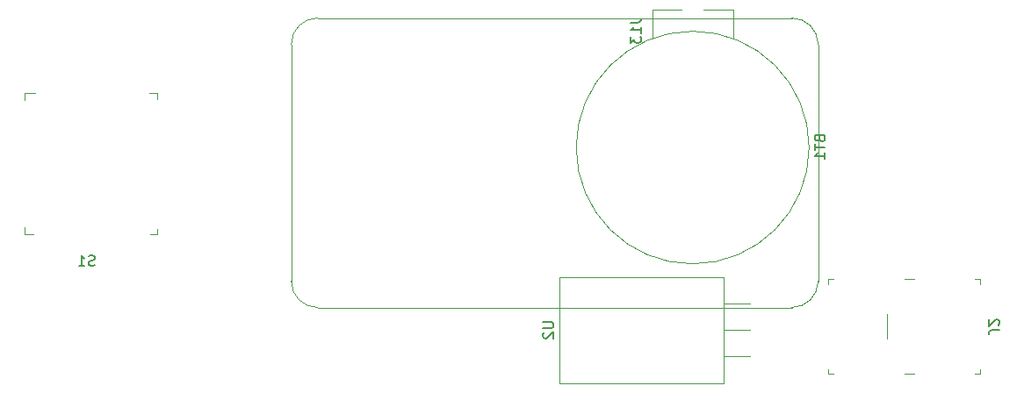
<source format=gbr>
%TF.GenerationSoftware,KiCad,Pcbnew,(5.1.8)-1*%
%TF.CreationDate,2021-03-10T16:05:31+00:00*%
%TF.ProjectId,Project_2_smaller,50726f6a-6563-4745-9f32-5f736d616c6c,rev?*%
%TF.SameCoordinates,Original*%
%TF.FileFunction,Legend,Bot*%
%TF.FilePolarity,Positive*%
%FSLAX46Y46*%
G04 Gerber Fmt 4.6, Leading zero omitted, Abs format (unit mm)*
G04 Created by KiCad (PCBNEW (5.1.8)-1) date 2021-03-10 16:05:31*
%MOMM*%
%LPD*%
G01*
G04 APERTURE LIST*
%ADD10C,0.100000*%
%ADD11C,0.120000*%
%ADD12C,0.150000*%
G04 APERTURE END LIST*
D10*
%TO.C,J2*%
X178700000Y-98900000D02*
X179700000Y-98900000D01*
X178700000Y-108100000D02*
X179700000Y-108100000D01*
X186000000Y-98900000D02*
X185500000Y-98900000D01*
X186000000Y-98900000D02*
X186000000Y-99400000D01*
X186000000Y-108100000D02*
X186000000Y-107600000D01*
X186000000Y-108100000D02*
X185500000Y-108100000D01*
X177000000Y-104700000D02*
X177000000Y-102300000D01*
X171400000Y-108100000D02*
X171900000Y-108100000D01*
X171400000Y-108100000D02*
X171400000Y-107600000D01*
X171400000Y-98900000D02*
X171900000Y-98900000D01*
X171400000Y-98900000D02*
X171400000Y-99400000D01*
D11*
%TO.C,J13*%
X170400000Y-99130000D02*
X170400000Y-91510000D01*
X122140000Y-101670000D02*
X167860000Y-101670000D01*
X119600000Y-76270000D02*
X119600000Y-99130000D01*
X170400000Y-90240000D02*
X170400000Y-91510000D01*
X170400000Y-76270000D02*
X170400000Y-90240000D01*
X122140000Y-73730000D02*
X122140000Y-73730000D01*
X167860000Y-73730000D02*
X167860000Y-73730000D01*
X145000000Y-73730000D02*
X167860000Y-73730000D01*
X145000000Y-73730000D02*
X122140000Y-73730000D01*
X119600000Y-99130000D02*
G75*
G03*
X122140000Y-101670000I2540000J0D01*
G01*
X122140000Y-73730000D02*
G75*
G03*
X119600000Y-76270000I0J-2540000D01*
G01*
X167860000Y-101670000D02*
G75*
G03*
X170400000Y-99130000I0J2540000D01*
G01*
X170400000Y-76270000D02*
G75*
G03*
X167860000Y-73730000I-2540000J0D01*
G01*
D10*
%TO.C,BT1*%
X154388400Y-72922800D02*
X157233200Y-72922800D01*
X162211600Y-72922800D02*
X159366800Y-72922800D01*
X154388400Y-75666000D02*
X154388400Y-72922800D01*
X162211600Y-75666000D02*
X162211600Y-72922800D01*
X169526800Y-86232400D02*
G75*
G03*
X169526800Y-86232400I-11226800J0D01*
G01*
%TO.C,S1*%
X94875000Y-80975000D02*
X93925000Y-80975000D01*
X93925000Y-80975000D02*
X93925000Y-81650000D01*
X94775000Y-94625000D02*
X93925000Y-94625000D01*
X93925000Y-94625000D02*
X93925000Y-93950000D01*
X106675000Y-81550000D02*
X106675000Y-80975000D01*
X106675000Y-80975000D02*
X105875000Y-80975000D01*
X105975000Y-94625000D02*
X106675000Y-94625000D01*
X106675000Y-94625000D02*
X106675000Y-94125000D01*
D11*
%TO.C,U2*%
X161310000Y-98720000D02*
X161310000Y-108960000D01*
X145420000Y-98720000D02*
X145420000Y-108960000D01*
X145420000Y-98720000D02*
X161310000Y-98720000D01*
X145420000Y-108960000D02*
X161310000Y-108960000D01*
X161310000Y-101300000D02*
X163850000Y-101300000D01*
X161310000Y-103840000D02*
X163850000Y-103840000D01*
X161310000Y-106380000D02*
X163850000Y-106380000D01*
%TO.C,J2*%
D12*
X187847619Y-103833333D02*
X187133333Y-103833333D01*
X186990476Y-103880952D01*
X186895238Y-103976190D01*
X186847619Y-104119047D01*
X186847619Y-104214285D01*
X187752380Y-103404761D02*
X187800000Y-103357142D01*
X187847619Y-103261904D01*
X187847619Y-103023809D01*
X187800000Y-102928571D01*
X187752380Y-102880952D01*
X187657142Y-102833333D01*
X187561904Y-102833333D01*
X187419047Y-102880952D01*
X186847619Y-103452380D01*
X186847619Y-102833333D01*
%TO.C,J13*%
X152302380Y-74190476D02*
X153016666Y-74190476D01*
X153159523Y-74142857D01*
X153254761Y-74047619D01*
X153302380Y-73904761D01*
X153302380Y-73809523D01*
X153302380Y-75190476D02*
X153302380Y-74619047D01*
X153302380Y-74904761D02*
X152302380Y-74904761D01*
X152445238Y-74809523D01*
X152540476Y-74714285D01*
X152588095Y-74619047D01*
X152302380Y-75523809D02*
X152302380Y-76142857D01*
X152683333Y-75809523D01*
X152683333Y-75952380D01*
X152730952Y-76047619D01*
X152778571Y-76095238D01*
X152873809Y-76142857D01*
X153111904Y-76142857D01*
X153207142Y-76095238D01*
X153254761Y-76047619D01*
X153302380Y-75952380D01*
X153302380Y-75666666D01*
X153254761Y-75571428D01*
X153207142Y-75523809D01*
%TO.C,BT1*%
X170534871Y-85385725D02*
X170582490Y-85528582D01*
X170630109Y-85576201D01*
X170725347Y-85623820D01*
X170868204Y-85623820D01*
X170963442Y-85576201D01*
X171011061Y-85528582D01*
X171058680Y-85433344D01*
X171058680Y-85052392D01*
X170058680Y-85052392D01*
X170058680Y-85385725D01*
X170106300Y-85480963D01*
X170153919Y-85528582D01*
X170249157Y-85576201D01*
X170344395Y-85576201D01*
X170439633Y-85528582D01*
X170487252Y-85480963D01*
X170534871Y-85385725D01*
X170534871Y-85052392D01*
X170058680Y-85909535D02*
X170058680Y-86480963D01*
X171058680Y-86195249D02*
X170058680Y-86195249D01*
X171058680Y-87338106D02*
X171058680Y-86766678D01*
X171058680Y-87052392D02*
X170058680Y-87052392D01*
X170201538Y-86957154D01*
X170296776Y-86861916D01*
X170344395Y-86766678D01*
%TO.C,S1*%
X100636904Y-97604761D02*
X100494047Y-97652380D01*
X100255952Y-97652380D01*
X100160714Y-97604761D01*
X100113095Y-97557142D01*
X100065476Y-97461904D01*
X100065476Y-97366666D01*
X100113095Y-97271428D01*
X100160714Y-97223809D01*
X100255952Y-97176190D01*
X100446428Y-97128571D01*
X100541666Y-97080952D01*
X100589285Y-97033333D01*
X100636904Y-96938095D01*
X100636904Y-96842857D01*
X100589285Y-96747619D01*
X100541666Y-96700000D01*
X100446428Y-96652380D01*
X100208333Y-96652380D01*
X100065476Y-96700000D01*
X99113095Y-97652380D02*
X99684523Y-97652380D01*
X99398809Y-97652380D02*
X99398809Y-96652380D01*
X99494047Y-96795238D01*
X99589285Y-96890476D01*
X99684523Y-96938095D01*
%TO.C,U2*%
X143872380Y-103078095D02*
X144681904Y-103078095D01*
X144777142Y-103125714D01*
X144824761Y-103173333D01*
X144872380Y-103268571D01*
X144872380Y-103459047D01*
X144824761Y-103554285D01*
X144777142Y-103601904D01*
X144681904Y-103649523D01*
X143872380Y-103649523D01*
X143967619Y-104078095D02*
X143920000Y-104125714D01*
X143872380Y-104220952D01*
X143872380Y-104459047D01*
X143920000Y-104554285D01*
X143967619Y-104601904D01*
X144062857Y-104649523D01*
X144158095Y-104649523D01*
X144300952Y-104601904D01*
X144872380Y-104030476D01*
X144872380Y-104649523D01*
%TD*%
M02*

</source>
